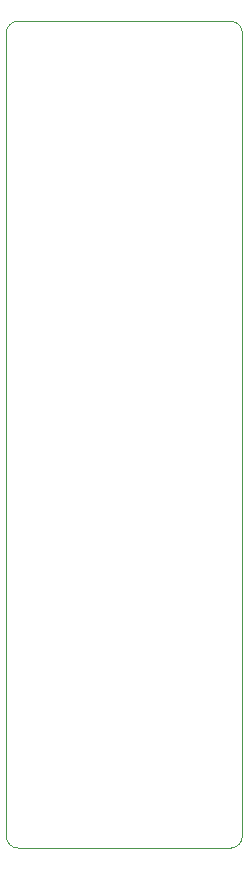
<source format=gm1>
G04 #@! TF.GenerationSoftware,KiCad,Pcbnew,6.0.0-rc1-unknown-650478f~84~ubuntu18.04.1*
G04 #@! TF.CreationDate,2018-11-23T01:33:21+00:00*
G04 #@! TF.ProjectId,proto-sensor,70726F746F2D73656E736F722E6B6963,rev?*
G04 #@! TF.SameCoordinates,Original*
G04 #@! TF.FileFunction,Profile,NP*
%FSLAX46Y46*%
G04 Gerber Fmt 4.6, Leading zero omitted, Abs format (unit mm)*
G04 Created by KiCad (PCBNEW 6.0.0-rc1-unknown-650478f~84~ubuntu18.04.1) date Fri 23 Nov 2018 01:33:21 GMT*
%MOMM*%
%LPD*%
G01*
G04 APERTURE LIST*
%ADD10C,0.050000*%
G04 APERTURE END LIST*
D10*
X51000000Y-120000000D02*
G75*
G02X50000000Y-119000000I0J1000000D01*
G01*
X70000000Y-119000000D02*
G75*
G02X69000000Y-120000000I-1000000J0D01*
G01*
X69000000Y-50000000D02*
G75*
G02X70000000Y-51000000I0J-1000000D01*
G01*
X50000000Y-51000000D02*
G75*
G02X51000000Y-50000000I1000000J0D01*
G01*
X69000000Y-120000000D02*
X51000000Y-120000000D01*
X50000000Y-119000000D02*
X50000000Y-51000000D01*
X70000000Y-51000000D02*
X70000000Y-119000000D01*
X51000000Y-50000000D02*
X69000000Y-50000000D01*
M02*

</source>
